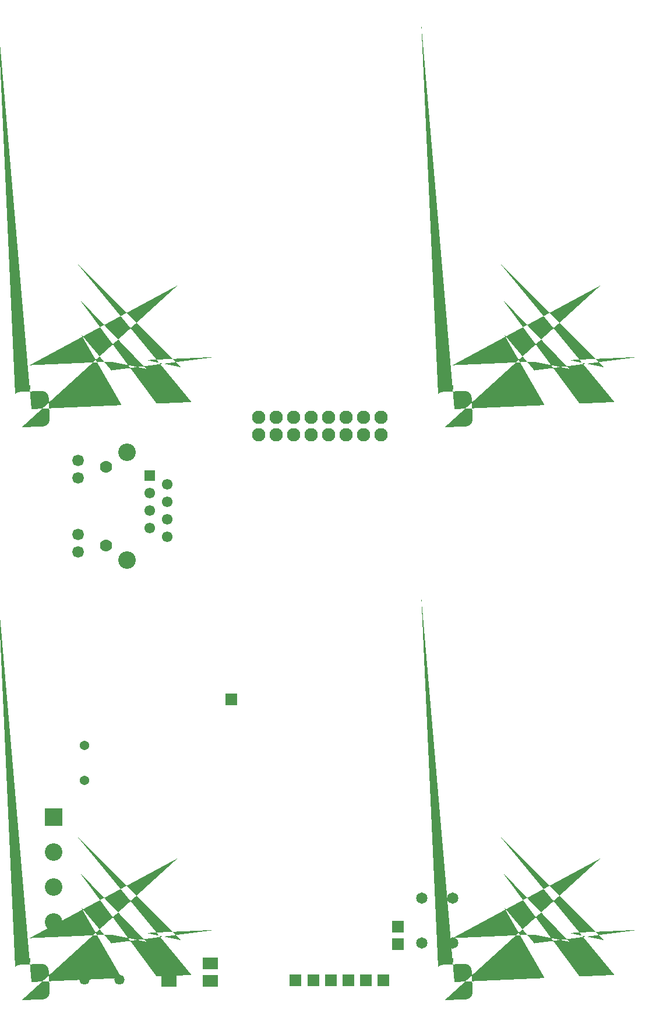
<source format=gbr>
G04 DesignSpark PCB Gerber Version 11.0 Build 5877*
G04 #@! TF.Part,Single*
G04 #@! TF.FileFunction,Soldermask,Bot*
G04 #@! TF.FilePolarity,Negative*
%FSLAX35Y35*%
%MOMM*%
G04 #@! TA.AperFunction,ComponentPad*
%ADD94R,1.55240X1.55240*%
%ADD98R,1.67640X1.67640*%
%ADD90R,2.55240X2.55240*%
%ADD99C,1.36940*%
%ADD102C,1.46840*%
%ADD95C,1.55240*%
%ADD93C,1.65240*%
%ADD96C,1.68240*%
%ADD97C,1.77740*%
%ADD92C,1.95240*%
%ADD91C,2.55240*%
%AMT101*0 Rounded Rectangle Pad at angle 0*4,1,76,-1.53140,-2.57620,1.53140,-2.57620,1.62250,-2.57220,1.71290,-2.56030,1.80190,-2.54060,1.88880,-2.51320,1.97300,-2.47830,2.05380,-2.43620,2.13070,-2.38720,2.20300,-2.33170,2.27020,-2.27010,2.33180,-2.20290,2.38730,-2.13060,2.43630,-2.05370,2.47840,-1.97280,2.51330,-1.88860,2.54070,-1.80170,2.56040,-1.71270,2.57230,-1.62230,2.57620,-1.53140,2.57620,1.53140,2.57220,1.62250,2.56030,1.71290,2.54060,1.80190,2.51320,1.88880,2.47830,1.97300,2.43620,2.05380,2.38720,2.13070,2.33170,2.20300,2.27010,2.27020,2.20290,2.33180,2.13060,2.38730,2.05370,2.43630,1.97280,2.47840,1.88860,2.51330,1.80170,2.54070,1.71270,2.56040,1.62230,2.57230,1.53140,2.57620,-1.53140,2.57620,-1.62250,2.57220,-1.71290,2.56030,-1.80190,2.54060,-1.88880,2.51320,-1.97300,2.47830,-2.05380,2.43620,-2.13070,2.38720,-2.20300,2.33170,-2.27020,2.27010,-2.33180,2.20290,-2.38730,2.13060,-2.43630,2.05370,-2.47840,1.97280,-2.51330,1.88860,-2.54070,1.80170,-2.56040,1.71270,-2.57230,1.62230,-2.57620,1.53140,-2.57620,-1.53140,-2.57220,-1.62250,-2.56030,-1.71290,-2.54060,-1.80190,-2.51320,-1.88880,-2.47830,-1.97300,-2.43620,-2.05380,-2.38720,-2.13070,-2.33170,-2.20300,-2.27010,-2.27020,-2.20290,-2.33180,-2.13060,-2.38730,-2.05370,-2.43630,-1.97280,-2.47840,-1.88860,-2.51330,-1.80170,-2.54070,-1.71270,-2.56040,-1.62230,-2.57230,-1.53140,-2.57620,0*%
%ADD101T101*%
%ADD100R,2.18440X1.67640*%
G04 #@! TD.AperFunction*
X0Y0D02*
D02*
D90*
X638310Y2708630D03*
D02*
D91*
Y1184630D03*
Y1692630D03*
Y2200630D03*
X1701350Y6446350D03*
Y8016350D03*
D02*
D92*
X3615810Y8268630D03*
Y8522630D03*
X3869810Y8268630D03*
Y8522630D03*
X4123810Y8268630D03*
Y8522630D03*
X4377810Y8268630D03*
Y8522630D03*
X4631810Y8268630D03*
Y8522630D03*
X4885810Y8268630D03*
Y8522630D03*
X5139810Y8268630D03*
Y8522630D03*
X5393810Y8268630D03*
Y8522630D03*
D02*
D93*
X5986350Y881350D03*
Y1531350D03*
X6436350Y881350D03*
Y1531350D03*
D02*
D94*
X2031350Y7675850D03*
D02*
D95*
Y6913850D03*
Y7167850D03*
Y7421850D03*
X2285350Y6786850D03*
Y7040850D03*
Y7294850D03*
Y7548850D03*
D02*
D96*
X990350Y6567350D03*
Y6821350D03*
Y7641350D03*
Y7895350D03*
D02*
D97*
X1396350Y6659850D03*
Y7802850D03*
D02*
D98*
X3215840Y4424390D03*
X4151640Y340310D03*
X4409810Y343630D03*
X4663810D03*
X4917810D03*
X5171810D03*
X5425810D03*
X5643310Y866130D03*
Y1120130D03*
D02*
D99*
X1084310Y3244390D03*
Y3752390D03*
D02*
D100*
X2316350Y336350D03*
Y590350D03*
X2916350Y336350D03*
Y590350D03*
D02*
D101*
X318310Y318630D03*
Y8638630D03*
X6458310Y318630D03*
Y8638630D03*
D02*
D102*
X1088310Y351130D03*
X1593310D03*
X0Y0D02*
M02*

</source>
